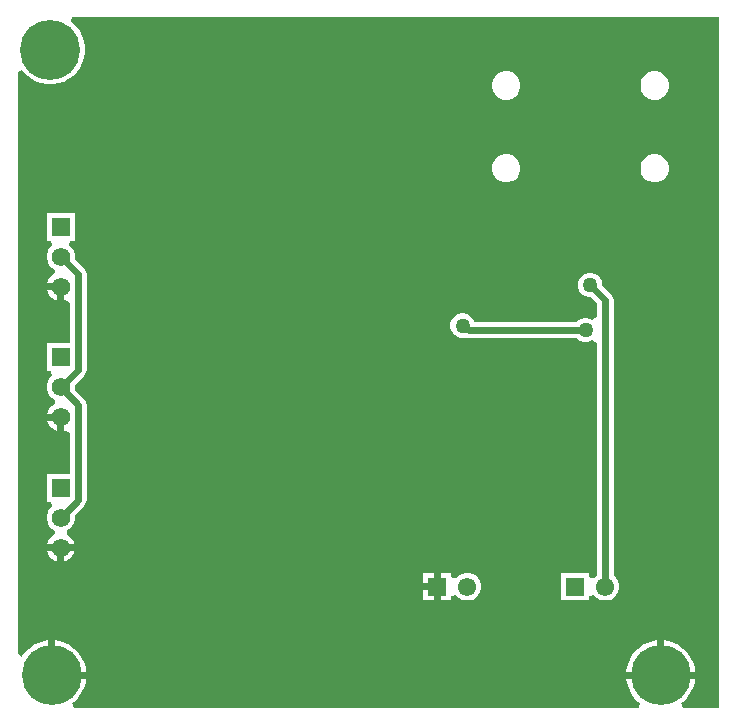
<source format=gbl>
G04*
G04 #@! TF.GenerationSoftware,Altium Limited,Altium Designer,25.8.1 (18)*
G04*
G04 Layer_Physical_Order=2*
G04 Layer_Color=16711680*
%FSLAX44Y44*%
%MOMM*%
G71*
G04*
G04 #@! TF.SameCoordinates,71B8C197-EE49-42B5-B996-358C315723FC*
G04*
G04*
G04 #@! TF.FilePolarity,Positive*
G04*
G01*
G75*
%ADD39C,1.5700*%
%ADD40R,1.5700X1.5700*%
%ADD45C,0.6000*%
%ADD46C,5.0800*%
%ADD47R,1.5500X1.5500*%
%ADD48C,1.5500*%
%ADD49C,1.2700*%
G36*
X961097Y261913D02*
X930631D01*
X929331Y265913D01*
X931013Y267135D01*
X934285Y270407D01*
X937005Y274151D01*
X939106Y278274D01*
X940536Y282675D01*
X941151Y286560D01*
X882569D01*
X883184Y282675D01*
X884614Y278274D01*
X886715Y274151D01*
X889435Y270407D01*
X892707Y267135D01*
X894389Y265913D01*
X893089Y261913D01*
X415011D01*
X413711Y265913D01*
X415393Y267135D01*
X418665Y270407D01*
X421385Y274151D01*
X423486Y278274D01*
X424916Y282675D01*
X425531Y286560D01*
X396240D01*
Y289560D01*
X393240D01*
Y318851D01*
X389356Y318236D01*
X384954Y316806D01*
X380831Y314705D01*
X377087Y311985D01*
X373815Y308713D01*
X371323Y305283D01*
X370861Y305261D01*
X367323Y307672D01*
Y800379D01*
X371323Y801679D01*
X372545Y799997D01*
X375817Y796725D01*
X379561Y794005D01*
X383684Y791904D01*
X388086Y790474D01*
X392656Y789750D01*
X397284D01*
X401855Y790474D01*
X406256Y791904D01*
X410379Y794005D01*
X414123Y796725D01*
X417395Y799997D01*
X420115Y803741D01*
X422216Y807864D01*
X423646Y812265D01*
X424370Y816836D01*
Y821464D01*
X423646Y826034D01*
X422216Y830436D01*
X420115Y834559D01*
X417395Y838303D01*
X414123Y841575D01*
X412441Y842797D01*
X413741Y846797D01*
X961097D01*
Y261913D01*
D02*
G37*
%LPC*%
G36*
X908360Y800670D02*
X905200D01*
X902148Y799852D01*
X899412Y798272D01*
X897178Y796038D01*
X895598Y793302D01*
X894780Y790250D01*
Y787090D01*
X895598Y784038D01*
X897178Y781302D01*
X899412Y779068D01*
X902148Y777488D01*
X905200Y776670D01*
X908360D01*
X911412Y777488D01*
X914148Y779068D01*
X916382Y781302D01*
X917962Y784038D01*
X918780Y787090D01*
Y790250D01*
X917962Y793302D01*
X916382Y796038D01*
X914148Y798272D01*
X911412Y799852D01*
X908360Y800670D01*
D02*
G37*
G36*
X782630D02*
X779470D01*
X776418Y799852D01*
X773682Y798272D01*
X771448Y796038D01*
X769868Y793302D01*
X769050Y790250D01*
Y787090D01*
X769868Y784038D01*
X771448Y781302D01*
X773682Y779068D01*
X776418Y777488D01*
X779470Y776670D01*
X782630D01*
X785682Y777488D01*
X788418Y779068D01*
X790652Y781302D01*
X792232Y784038D01*
X793050Y787090D01*
Y790250D01*
X792232Y793302D01*
X790652Y796038D01*
X788418Y798272D01*
X785682Y799852D01*
X782630Y800670D01*
D02*
G37*
G36*
X908360Y730670D02*
X905200D01*
X902148Y729852D01*
X899412Y728272D01*
X897178Y726038D01*
X895598Y723302D01*
X894780Y720250D01*
Y717090D01*
X895598Y714038D01*
X897178Y711302D01*
X899412Y709068D01*
X902148Y707488D01*
X905200Y706670D01*
X908360D01*
X911412Y707488D01*
X914148Y709068D01*
X916382Y711302D01*
X917962Y714038D01*
X918780Y717090D01*
Y720250D01*
X917962Y723302D01*
X916382Y726038D01*
X914148Y728272D01*
X911412Y729852D01*
X908360Y730670D01*
D02*
G37*
G36*
X782630D02*
X779470D01*
X776418Y729852D01*
X773682Y728272D01*
X771448Y726038D01*
X769868Y723302D01*
X769050Y720250D01*
Y717090D01*
X769868Y714038D01*
X771448Y711302D01*
X773682Y709068D01*
X776418Y707488D01*
X779470Y706670D01*
X782630D01*
X785682Y707488D01*
X788418Y709068D01*
X790652Y711302D01*
X792232Y714038D01*
X793050Y717090D01*
Y720250D01*
X792232Y723302D01*
X790652Y726038D01*
X788418Y728272D01*
X785682Y729852D01*
X782630Y730670D01*
D02*
G37*
G36*
X400860Y615490D02*
X392396D01*
X392818Y613916D01*
X394378Y611214D01*
X396584Y609008D01*
X399286Y607448D01*
X400860Y607026D01*
Y615490D01*
D02*
G37*
G36*
X853533Y630110D02*
X850807D01*
X848175Y629405D01*
X845815Y628042D01*
X843888Y626115D01*
X842525Y623755D01*
X841820Y621123D01*
Y618397D01*
X842525Y615765D01*
X843888Y613405D01*
X845815Y611478D01*
X848175Y610115D01*
X850807Y609410D01*
X852535D01*
X857810Y604136D01*
Y592504D01*
X856642Y591537D01*
X853810Y590465D01*
X852355Y591305D01*
X849723Y592010D01*
X846997D01*
X844365Y591305D01*
X842005Y589942D01*
X840783Y588720D01*
X754064D01*
X753865Y589465D01*
X752502Y591825D01*
X750575Y593752D01*
X748215Y595115D01*
X745583Y595820D01*
X742857D01*
X740225Y595115D01*
X737865Y593752D01*
X735938Y591825D01*
X734575Y589465D01*
X733870Y586833D01*
Y584107D01*
X734575Y581475D01*
X735938Y579115D01*
X737865Y577188D01*
X740225Y575825D01*
X742857Y575120D01*
X745583D01*
X746320Y575318D01*
X747473Y574840D01*
X749300Y574600D01*
X840783D01*
X842005Y573378D01*
X844365Y572015D01*
X846997Y571310D01*
X849723D01*
X852355Y572015D01*
X853810Y572855D01*
X856642Y571783D01*
X857810Y570816D01*
Y373981D01*
X857655Y373892D01*
X855468Y371705D01*
X855220Y371276D01*
X851220Y372347D01*
Y376240D01*
X827720D01*
Y352740D01*
X851220D01*
Y356632D01*
X855220Y357704D01*
X855468Y357275D01*
X857655Y355088D01*
X860335Y353541D01*
X863323Y352740D01*
X866417D01*
X869405Y353541D01*
X872085Y355088D01*
X874272Y357275D01*
X875819Y359955D01*
X876620Y362943D01*
Y366037D01*
X875819Y369025D01*
X874272Y371705D01*
X872085Y373892D01*
X871930Y373981D01*
Y607060D01*
X871690Y608887D01*
X870984Y610590D01*
X869862Y612052D01*
X862520Y619395D01*
Y621123D01*
X861815Y623755D01*
X860452Y626115D01*
X858525Y628042D01*
X856165Y629405D01*
X853533Y630110D01*
D02*
G37*
G36*
X400860Y505000D02*
X392396D01*
X392818Y503426D01*
X394378Y500724D01*
X396584Y498518D01*
X399286Y496958D01*
X400860Y496536D01*
Y505000D01*
D02*
G37*
G36*
X415710Y681140D02*
X392010D01*
Y657440D01*
X395629D01*
X396701Y653440D01*
X396584Y653372D01*
X394378Y651166D01*
X392818Y648464D01*
X392010Y645450D01*
Y642330D01*
X392818Y639316D01*
X394378Y636614D01*
X396584Y634408D01*
X398309Y633412D01*
X398705Y631841D01*
Y630539D01*
X398309Y628968D01*
X396584Y627972D01*
X394378Y625766D01*
X392818Y623064D01*
X392396Y621490D01*
X403860D01*
Y618490D01*
X406860D01*
Y607026D01*
X407650Y607237D01*
X410079Y606035D01*
X411650Y604685D01*
Y570650D01*
X392010D01*
Y546950D01*
X395629D01*
X396701Y542950D01*
X396584Y542882D01*
X394378Y540676D01*
X392818Y537974D01*
X392010Y534960D01*
Y531840D01*
X392818Y528826D01*
X394378Y526124D01*
X396584Y523918D01*
X398309Y522922D01*
X398705Y521351D01*
Y520049D01*
X398309Y518478D01*
X396584Y517482D01*
X394378Y515276D01*
X392818Y512574D01*
X392396Y511000D01*
X403860D01*
Y508000D01*
X406860D01*
Y496536D01*
X407650Y496747D01*
X410079Y495545D01*
X411650Y494195D01*
Y460160D01*
X392010D01*
Y436460D01*
X395629D01*
X396701Y432460D01*
X396584Y432392D01*
X394378Y430186D01*
X392818Y427484D01*
X392010Y424470D01*
Y421350D01*
X392818Y418336D01*
X394378Y415634D01*
X396584Y413428D01*
X398309Y412432D01*
X398705Y410861D01*
Y409559D01*
X398309Y407988D01*
X396584Y406992D01*
X394378Y404786D01*
X392818Y402084D01*
X392396Y400510D01*
X403860D01*
X415324D01*
X414902Y402084D01*
X413342Y404786D01*
X411136Y406992D01*
X409411Y407988D01*
X409015Y409559D01*
Y410861D01*
X409411Y412432D01*
X411136Y413428D01*
X413342Y415634D01*
X414902Y418336D01*
X415710Y421350D01*
Y424470D01*
X415688Y424553D01*
X423702Y432568D01*
X424824Y434030D01*
X425530Y435733D01*
X425770Y437561D01*
Y518550D01*
X425530Y520377D01*
X424824Y522080D01*
X423702Y523543D01*
X416051Y531194D01*
X416068Y535424D01*
X423702Y543058D01*
X424824Y544520D01*
X425530Y546223D01*
X425770Y548050D01*
Y629040D01*
X425530Y630867D01*
X424824Y632570D01*
X423702Y634033D01*
X415645Y642089D01*
X415710Y642330D01*
Y645450D01*
X414902Y648464D01*
X413342Y651166D01*
X411136Y653372D01*
X411019Y653440D01*
X412091Y657440D01*
X415710D01*
Y681140D01*
D02*
G37*
G36*
X415324Y394510D02*
X406860D01*
Y386046D01*
X408434Y386468D01*
X411136Y388028D01*
X413342Y390234D01*
X414902Y392936D01*
X415324Y394510D01*
D02*
G37*
G36*
X400860D02*
X392396D01*
X392818Y392936D01*
X394378Y390234D01*
X396584Y388028D01*
X399286Y386468D01*
X400860Y386046D01*
Y394510D01*
D02*
G37*
G36*
X749577Y376240D02*
X746483D01*
X743495Y375439D01*
X740815Y373892D01*
X738628Y371705D01*
X738380Y371276D01*
X734380Y372347D01*
Y376240D01*
X725630D01*
Y364490D01*
Y352740D01*
X734380D01*
Y356632D01*
X738380Y357704D01*
X738628Y357275D01*
X740815Y355088D01*
X743495Y353541D01*
X746483Y352740D01*
X749577D01*
X752565Y353541D01*
X755245Y355088D01*
X757432Y357275D01*
X758979Y359955D01*
X759780Y362943D01*
Y366037D01*
X758979Y369025D01*
X757432Y371705D01*
X755245Y373892D01*
X752565Y375439D01*
X749577Y376240D01*
D02*
G37*
G36*
X719630D02*
X710880D01*
Y367490D01*
X719630D01*
Y376240D01*
D02*
G37*
G36*
Y361490D02*
X710880D01*
Y352740D01*
X719630D01*
Y361490D01*
D02*
G37*
G36*
X914860Y318851D02*
Y292560D01*
X941151D01*
X940536Y296444D01*
X939106Y300846D01*
X937005Y304969D01*
X934285Y308713D01*
X931013Y311985D01*
X927269Y314705D01*
X923146Y316806D01*
X918745Y318236D01*
X914860Y318851D01*
D02*
G37*
G36*
X908860D02*
X904976Y318236D01*
X900574Y316806D01*
X896451Y314705D01*
X892707Y311985D01*
X889435Y308713D01*
X886715Y304969D01*
X884614Y300846D01*
X883184Y296444D01*
X882569Y292560D01*
X908860D01*
Y318851D01*
D02*
G37*
G36*
X399240D02*
Y292560D01*
X425531D01*
X424916Y296444D01*
X423486Y300846D01*
X421385Y304969D01*
X418665Y308713D01*
X415393Y311985D01*
X411649Y314705D01*
X407526Y316806D01*
X403125Y318236D01*
X399240Y318851D01*
D02*
G37*
%LPD*%
D39*
X403860Y508000D02*
D03*
Y533400D02*
D03*
Y422910D02*
D03*
Y397510D02*
D03*
Y643890D02*
D03*
Y618490D02*
D03*
D40*
Y558800D02*
D03*
Y448310D02*
D03*
Y669290D02*
D03*
D45*
Y643890D02*
X418710Y629040D01*
Y548050D02*
Y629040D01*
X404059Y533400D02*
X418710Y548050D01*
X403860Y533400D02*
X404059D01*
X403860D02*
X418710Y518550D01*
Y437561D02*
Y518550D01*
X404059Y422910D02*
X418710Y437561D01*
X403860Y422910D02*
X404059D01*
X745490Y585470D02*
X749300Y581660D01*
X744220Y585470D02*
X745490D01*
X749300Y581660D02*
X848360D01*
X852170Y619760D02*
X864870Y607060D01*
Y364490D02*
Y607060D01*
D46*
X396240Y289560D02*
D03*
X394970Y819150D02*
D03*
X911860Y289560D02*
D03*
D47*
X722630Y364490D02*
D03*
X839470D02*
D03*
D48*
X748030D02*
D03*
X864870D02*
D03*
D49*
X848360Y581660D02*
D03*
X744220Y585470D02*
D03*
X852170Y619760D02*
D03*
M02*

</source>
